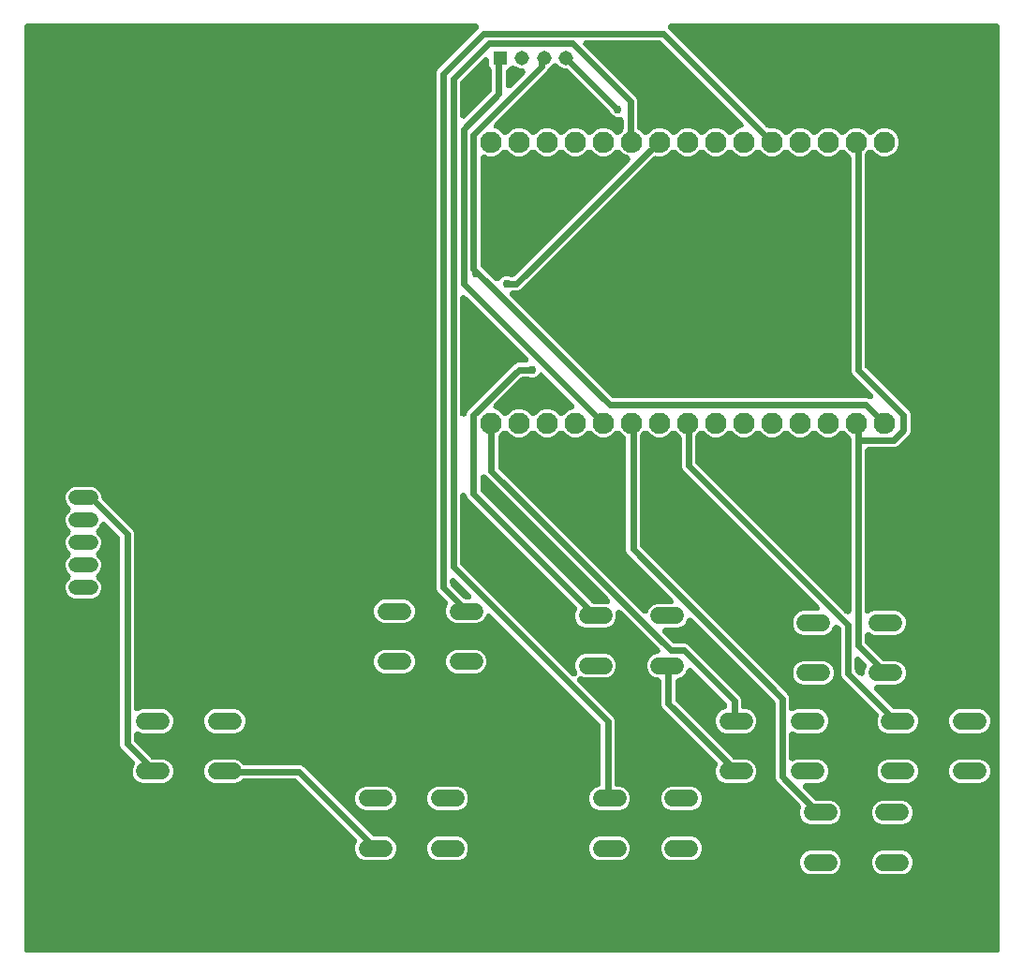
<source format=gbr>
G04 EAGLE Gerber RS-274X export*
G75*
%MOMM*%
%FSLAX34Y34*%
%LPD*%
%INBottom Copper*%
%IPPOS*%
%AMOC8*
5,1,8,0,0,1.08239X$1,22.5*%
G01*
G04 Define Apertures*
%ADD10C,1.930400*%
%ADD11R,1.308000X1.308000*%
%ADD12C,1.308000*%
%ADD13C,1.524000*%
%ADD14C,1.320800*%
%ADD15C,0.609600*%
%ADD16C,0.756400*%
G36*
X889481Y10401D02*
X888292Y10160D01*
X13208Y10160D01*
X12109Y10365D01*
X11087Y11019D01*
X10401Y12019D01*
X10160Y13208D01*
X10160Y847092D01*
X10365Y848191D01*
X11019Y849213D01*
X12019Y849899D01*
X13208Y850140D01*
X418108Y850140D01*
X419162Y849952D01*
X420194Y849315D01*
X420896Y848325D01*
X421156Y847141D01*
X420934Y845948D01*
X420264Y844937D01*
X383452Y808125D01*
X382524Y805885D01*
X382524Y339401D01*
X383452Y337161D01*
X392311Y328302D01*
X392953Y327358D01*
X393204Y326171D01*
X392972Y324980D01*
X391244Y320808D01*
X391244Y316564D01*
X392868Y312643D01*
X395869Y309642D01*
X399790Y308018D01*
X419274Y308018D01*
X423195Y309642D01*
X426196Y312643D01*
X427147Y314938D01*
X427740Y315857D01*
X428729Y316559D01*
X429914Y316819D01*
X431107Y316597D01*
X432118Y315927D01*
X530221Y217824D01*
X530873Y216857D01*
X531114Y215668D01*
X531114Y163084D01*
X530900Y161963D01*
X530238Y160946D01*
X529232Y160268D01*
X525325Y158650D01*
X522324Y155649D01*
X520700Y151728D01*
X520700Y147484D01*
X522324Y143563D01*
X525325Y140562D01*
X529246Y138938D01*
X548730Y138938D01*
X552651Y140562D01*
X555652Y143563D01*
X557276Y147484D01*
X557276Y151728D01*
X555652Y155649D01*
X552651Y158650D01*
X548730Y160274D01*
X546354Y160274D01*
X545255Y160479D01*
X544233Y161133D01*
X543547Y162133D01*
X543306Y163322D01*
X543306Y220669D01*
X542378Y222909D01*
X510165Y255122D01*
X509563Y255977D01*
X509275Y257156D01*
X509469Y258353D01*
X510114Y259380D01*
X511109Y260074D01*
X512296Y260325D01*
X513487Y260093D01*
X516546Y258826D01*
X536030Y258826D01*
X539951Y260450D01*
X542952Y263451D01*
X544576Y267372D01*
X544576Y271616D01*
X542952Y275537D01*
X539951Y278538D01*
X536030Y280162D01*
X516546Y280162D01*
X512625Y278538D01*
X509624Y275537D01*
X508000Y271616D01*
X508000Y267372D01*
X509267Y264313D01*
X509496Y263292D01*
X509311Y262093D01*
X508674Y261061D01*
X507685Y260359D01*
X506500Y260099D01*
X505307Y260321D01*
X504296Y260991D01*
X404753Y360534D01*
X404101Y361501D01*
X403860Y362690D01*
X403860Y423377D01*
X404039Y424408D01*
X404669Y425445D01*
X405652Y426155D01*
X406835Y426424D01*
X408029Y426211D01*
X409046Y425550D01*
X409724Y424544D01*
X410884Y421743D01*
X508844Y323783D01*
X509486Y322839D01*
X509737Y321652D01*
X509505Y320461D01*
X508000Y316828D01*
X508000Y312584D01*
X509624Y308663D01*
X512625Y305662D01*
X516546Y304038D01*
X536030Y304038D01*
X539951Y305662D01*
X542952Y308663D01*
X544576Y312584D01*
X544576Y317268D01*
X544764Y318322D01*
X545401Y319354D01*
X546391Y320056D01*
X547575Y320316D01*
X548768Y320094D01*
X549779Y319424D01*
X583838Y285365D01*
X584450Y284488D01*
X584729Y283307D01*
X584526Y282111D01*
X583872Y281089D01*
X582871Y280403D01*
X581682Y280162D01*
X581570Y280162D01*
X577649Y278538D01*
X574648Y275537D01*
X573024Y271616D01*
X573024Y267372D01*
X574648Y263451D01*
X577649Y260450D01*
X581570Y258826D01*
X582930Y258826D01*
X584029Y258621D01*
X585051Y257967D01*
X585737Y256967D01*
X585978Y255778D01*
X585978Y234245D01*
X586906Y232005D01*
X635770Y183141D01*
X636412Y182197D01*
X636662Y181010D01*
X636431Y179820D01*
X635000Y176366D01*
X635000Y172122D01*
X636624Y168201D01*
X639625Y165200D01*
X643546Y163576D01*
X663030Y163576D01*
X666951Y165200D01*
X669952Y168201D01*
X671576Y172122D01*
X671576Y176366D01*
X669952Y180287D01*
X666951Y183288D01*
X663030Y184912D01*
X652504Y184912D01*
X651360Y185135D01*
X650348Y185805D01*
X599063Y237090D01*
X598411Y238057D01*
X598170Y239246D01*
X598170Y255778D01*
X598375Y256877D01*
X599029Y257899D01*
X600029Y258585D01*
X600896Y258761D01*
X604975Y260450D01*
X607976Y263451D01*
X608927Y265746D01*
X609520Y266665D01*
X610509Y267367D01*
X611694Y267627D01*
X612887Y267405D01*
X613898Y266735D01*
X644521Y236112D01*
X645173Y235145D01*
X645414Y233956D01*
X645414Y232934D01*
X645200Y231813D01*
X644538Y230796D01*
X643532Y230118D01*
X639625Y228500D01*
X636624Y225499D01*
X635000Y221578D01*
X635000Y217334D01*
X636624Y213413D01*
X639625Y210412D01*
X643546Y208788D01*
X663030Y208788D01*
X666951Y210412D01*
X669952Y213413D01*
X671576Y217334D01*
X671576Y221578D01*
X669952Y225499D01*
X666951Y228500D01*
X663030Y230124D01*
X660654Y230124D01*
X659555Y230329D01*
X658533Y230983D01*
X657847Y231983D01*
X657606Y233172D01*
X657606Y238957D01*
X656678Y241197D01*
X609243Y288632D01*
X607003Y289560D01*
X598148Y289560D01*
X597004Y289783D01*
X595992Y290453D01*
X587610Y298835D01*
X586998Y299712D01*
X586719Y300893D01*
X586923Y302089D01*
X587576Y303111D01*
X588577Y303797D01*
X589766Y304038D01*
X601054Y304038D01*
X604975Y305662D01*
X607976Y308663D01*
X609075Y311317D01*
X609669Y312237D01*
X610658Y312938D01*
X611843Y313199D01*
X613035Y312976D01*
X614047Y312306D01*
X687955Y238398D01*
X688607Y237431D01*
X688848Y236242D01*
X688848Y167951D01*
X689776Y165711D01*
X711300Y144187D01*
X711942Y143243D01*
X712193Y142056D01*
X711961Y140865D01*
X711200Y139028D01*
X711200Y134784D01*
X712824Y130863D01*
X715825Y127862D01*
X719746Y126238D01*
X739230Y126238D01*
X743151Y127862D01*
X746152Y130863D01*
X747776Y134784D01*
X747776Y139028D01*
X746152Y142949D01*
X743151Y145950D01*
X739230Y147574D01*
X726418Y147574D01*
X725274Y147797D01*
X724262Y148467D01*
X714356Y158373D01*
X713744Y159250D01*
X713465Y160431D01*
X713669Y161627D01*
X714322Y162649D01*
X715323Y163335D01*
X716512Y163576D01*
X728054Y163576D01*
X731975Y165200D01*
X734976Y168201D01*
X736600Y172122D01*
X736600Y176366D01*
X734976Y180287D01*
X731975Y183288D01*
X728054Y184912D01*
X708570Y184912D01*
X705254Y183539D01*
X704185Y183308D01*
X702989Y183512D01*
X701967Y184165D01*
X701281Y185166D01*
X701040Y186355D01*
X701040Y207345D01*
X701236Y208421D01*
X701882Y209449D01*
X702877Y210142D01*
X704064Y210393D01*
X705254Y210161D01*
X708570Y208788D01*
X728054Y208788D01*
X731975Y210412D01*
X734976Y213413D01*
X736600Y217334D01*
X736600Y221578D01*
X734976Y225499D01*
X731975Y228500D01*
X728054Y230124D01*
X708570Y230124D01*
X705254Y228751D01*
X704185Y228520D01*
X702989Y228724D01*
X701967Y229377D01*
X701281Y230378D01*
X701040Y231567D01*
X701040Y241243D01*
X700112Y243483D01*
X567059Y376536D01*
X566407Y377503D01*
X566166Y378692D01*
X566166Y477093D01*
X566389Y478237D01*
X567059Y479248D01*
X569345Y481534D01*
X570267Y482166D01*
X571451Y482427D01*
X572644Y482204D01*
X573655Y481534D01*
X577006Y478183D01*
X581674Y476250D01*
X586726Y476250D01*
X591394Y478183D01*
X594745Y481534D01*
X595667Y482166D01*
X596851Y482427D01*
X598044Y482204D01*
X599055Y481534D01*
X602421Y478168D01*
X603339Y477566D01*
X604025Y476565D01*
X604266Y475376D01*
X604266Y449129D01*
X605194Y446889D01*
X727856Y324227D01*
X728468Y323350D01*
X728747Y322169D01*
X728544Y320973D01*
X727890Y319951D01*
X726889Y319265D01*
X725700Y319024D01*
X713396Y319024D01*
X709475Y317400D01*
X706474Y314399D01*
X704850Y310478D01*
X704850Y306234D01*
X706474Y302313D01*
X709475Y299312D01*
X713396Y297688D01*
X732880Y297688D01*
X736801Y299312D01*
X739802Y302313D01*
X740976Y305147D01*
X741569Y306066D01*
X742558Y306768D01*
X743743Y307028D01*
X744936Y306806D01*
X745947Y306136D01*
X747391Y304692D01*
X748043Y303725D01*
X748284Y302536D01*
X748284Y261677D01*
X749212Y259437D01*
X781373Y227276D01*
X782015Y226332D01*
X782266Y225145D01*
X782034Y223954D01*
X781050Y221578D01*
X781050Y217334D01*
X782674Y213413D01*
X785675Y210412D01*
X789596Y208788D01*
X809080Y208788D01*
X813001Y210412D01*
X816002Y213413D01*
X817626Y217334D01*
X817626Y221578D01*
X816002Y225499D01*
X813001Y228500D01*
X809080Y230124D01*
X797030Y230124D01*
X795886Y230347D01*
X794874Y231017D01*
X778618Y247273D01*
X778006Y248150D01*
X777727Y249331D01*
X777931Y250527D01*
X778584Y251549D01*
X779585Y252235D01*
X780774Y252476D01*
X797904Y252476D01*
X801825Y254100D01*
X804826Y257101D01*
X806450Y261022D01*
X806450Y265266D01*
X804826Y269187D01*
X801825Y272188D01*
X797904Y273812D01*
X787632Y273812D01*
X786488Y274035D01*
X785476Y274705D01*
X770513Y289668D01*
X769861Y290635D01*
X769620Y291824D01*
X769620Y296833D01*
X769808Y297886D01*
X770445Y298918D01*
X771435Y299620D01*
X772619Y299880D01*
X773812Y299658D01*
X774058Y299495D01*
X778420Y297688D01*
X797904Y297688D01*
X801825Y299312D01*
X804826Y302313D01*
X806450Y306234D01*
X806450Y310478D01*
X804826Y314399D01*
X801825Y317400D01*
X797904Y319024D01*
X778420Y319024D01*
X774153Y317256D01*
X773946Y317112D01*
X772765Y316833D01*
X771569Y317036D01*
X770547Y317690D01*
X769861Y318691D01*
X769620Y319879D01*
X769620Y464058D01*
X769825Y465157D01*
X770479Y466179D01*
X771479Y466865D01*
X772668Y467106D01*
X796741Y467106D01*
X798981Y468034D01*
X809840Y478893D01*
X810768Y481133D01*
X810768Y497275D01*
X809840Y499515D01*
X770513Y538842D01*
X769861Y539809D01*
X769620Y540998D01*
X769620Y731347D01*
X769843Y732491D01*
X770513Y733502D01*
X772545Y735534D01*
X773467Y736166D01*
X774651Y736427D01*
X775844Y736204D01*
X776855Y735534D01*
X780206Y732183D01*
X784874Y730250D01*
X789926Y730250D01*
X794594Y732183D01*
X798167Y735756D01*
X800100Y740424D01*
X800100Y745476D01*
X798167Y750144D01*
X794594Y753717D01*
X789926Y755650D01*
X784874Y755650D01*
X780206Y753717D01*
X776855Y750366D01*
X775933Y749734D01*
X774749Y749473D01*
X773556Y749696D01*
X772545Y750366D01*
X769194Y753717D01*
X764526Y755650D01*
X759474Y755650D01*
X754806Y753717D01*
X751455Y750366D01*
X750533Y749734D01*
X749349Y749473D01*
X748156Y749696D01*
X747145Y750366D01*
X743794Y753717D01*
X739126Y755650D01*
X734074Y755650D01*
X729406Y753717D01*
X726055Y750366D01*
X725133Y749734D01*
X723949Y749473D01*
X722756Y749696D01*
X721745Y750366D01*
X718394Y753717D01*
X713726Y755650D01*
X708674Y755650D01*
X704006Y753717D01*
X700655Y750366D01*
X699733Y749734D01*
X698549Y749473D01*
X697356Y749696D01*
X696345Y750366D01*
X692994Y753717D01*
X688326Y755650D01*
X682984Y755650D01*
X681840Y755873D01*
X680828Y756543D01*
X592434Y844937D01*
X591822Y845814D01*
X591543Y846995D01*
X591747Y848191D01*
X592400Y849213D01*
X593401Y849899D01*
X594590Y850140D01*
X888292Y850140D01*
X889391Y849935D01*
X890413Y849281D01*
X891099Y848281D01*
X891340Y847092D01*
X891340Y13208D01*
X891135Y12109D01*
X890481Y11087D01*
X889481Y10401D01*
G37*
%LPC*%
G36*
X116496Y163576D02*
X135980Y163576D01*
X139901Y165200D01*
X142902Y168201D01*
X144526Y172122D01*
X144526Y176366D01*
X142902Y180287D01*
X139901Y183288D01*
X135980Y184912D01*
X126724Y184912D01*
X125580Y185135D01*
X124568Y185805D01*
X109859Y200514D01*
X109207Y201481D01*
X108966Y202670D01*
X108966Y207345D01*
X109162Y208421D01*
X109808Y209449D01*
X110803Y210142D01*
X111990Y210393D01*
X113180Y210161D01*
X116496Y208788D01*
X135980Y208788D01*
X139901Y210412D01*
X142902Y213413D01*
X144526Y217334D01*
X144526Y221578D01*
X142902Y225499D01*
X139901Y228500D01*
X135980Y230124D01*
X116496Y230124D01*
X113180Y228751D01*
X112111Y228520D01*
X110915Y228724D01*
X109893Y229377D01*
X109207Y230378D01*
X108966Y231567D01*
X108966Y389833D01*
X108038Y392073D01*
X80649Y419462D01*
X79997Y420429D01*
X79756Y421618D01*
X79756Y423560D01*
X78287Y427107D01*
X75571Y429823D01*
X72024Y431292D01*
X54976Y431292D01*
X51429Y429823D01*
X48713Y427107D01*
X47244Y423560D01*
X47244Y419720D01*
X48713Y416173D01*
X51251Y413635D01*
X51883Y412713D01*
X52143Y411529D01*
X51921Y410336D01*
X51251Y409325D01*
X48713Y406787D01*
X47244Y403240D01*
X47244Y399400D01*
X48713Y395853D01*
X51251Y393315D01*
X51883Y392393D01*
X52143Y391209D01*
X51921Y390016D01*
X51251Y389005D01*
X48713Y386467D01*
X47244Y382920D01*
X47244Y379080D01*
X48713Y375533D01*
X51251Y372995D01*
X51883Y372073D01*
X52143Y370889D01*
X51921Y369696D01*
X51251Y368685D01*
X48713Y366147D01*
X47244Y362600D01*
X47244Y358760D01*
X48713Y355213D01*
X51251Y352675D01*
X51883Y351753D01*
X52143Y350569D01*
X51921Y349376D01*
X51251Y348365D01*
X48713Y345827D01*
X47244Y342280D01*
X47244Y338440D01*
X48713Y334893D01*
X51429Y332177D01*
X54976Y330708D01*
X72024Y330708D01*
X75571Y332177D01*
X78287Y334893D01*
X79756Y338440D01*
X79756Y342280D01*
X78287Y345827D01*
X75749Y348365D01*
X75117Y349287D01*
X74857Y350471D01*
X75079Y351664D01*
X75749Y352675D01*
X78287Y355213D01*
X79756Y358760D01*
X79756Y362600D01*
X78287Y366147D01*
X75749Y368685D01*
X75117Y369607D01*
X74857Y370791D01*
X75079Y371984D01*
X75749Y372995D01*
X78287Y375533D01*
X79756Y379080D01*
X79756Y382920D01*
X78287Y386467D01*
X75749Y389005D01*
X75117Y389927D01*
X74857Y391111D01*
X75079Y392304D01*
X75749Y393315D01*
X78287Y395853D01*
X79098Y397811D01*
X79691Y398730D01*
X80680Y399432D01*
X81865Y399692D01*
X83058Y399470D01*
X84069Y398800D01*
X95881Y386988D01*
X96533Y386021D01*
X96774Y384832D01*
X96774Y197669D01*
X97702Y195429D01*
X109092Y184039D01*
X109734Y183095D01*
X109984Y181908D01*
X109752Y180718D01*
X107950Y176366D01*
X107950Y172122D01*
X109574Y168201D01*
X112575Y165200D01*
X116496Y163576D01*
G37*
G36*
X334766Y308018D02*
X354250Y308018D01*
X358171Y309642D01*
X361172Y312643D01*
X362796Y316564D01*
X362796Y320808D01*
X361172Y324729D01*
X358171Y327730D01*
X354250Y329354D01*
X334766Y329354D01*
X330845Y327730D01*
X327844Y324729D01*
X326220Y320808D01*
X326220Y316564D01*
X327844Y312643D01*
X330845Y309642D01*
X334766Y308018D01*
G37*
G36*
X399790Y262806D02*
X419274Y262806D01*
X423195Y264430D01*
X426196Y267431D01*
X427820Y271352D01*
X427820Y275596D01*
X426196Y279517D01*
X423195Y282518D01*
X419274Y284142D01*
X399790Y284142D01*
X395869Y282518D01*
X392868Y279517D01*
X391244Y275596D01*
X391244Y271352D01*
X392868Y267431D01*
X395869Y264430D01*
X399790Y262806D01*
G37*
G36*
X334766Y262806D02*
X354250Y262806D01*
X358171Y264430D01*
X361172Y267431D01*
X362796Y271352D01*
X362796Y275596D01*
X361172Y279517D01*
X358171Y282518D01*
X354250Y284142D01*
X334766Y284142D01*
X330845Y282518D01*
X327844Y279517D01*
X326220Y275596D01*
X326220Y271352D01*
X327844Y267431D01*
X330845Y264430D01*
X334766Y262806D01*
G37*
G36*
X713396Y252476D02*
X732880Y252476D01*
X736801Y254100D01*
X739802Y257101D01*
X741426Y261022D01*
X741426Y265266D01*
X739802Y269187D01*
X736801Y272188D01*
X732880Y273812D01*
X713396Y273812D01*
X709475Y272188D01*
X706474Y269187D01*
X704850Y265266D01*
X704850Y261022D01*
X706474Y257101D01*
X709475Y254100D01*
X713396Y252476D01*
G37*
G36*
X854620Y208788D02*
X874104Y208788D01*
X878025Y210412D01*
X881026Y213413D01*
X882650Y217334D01*
X882650Y221578D01*
X881026Y225499D01*
X878025Y228500D01*
X874104Y230124D01*
X854620Y230124D01*
X850699Y228500D01*
X847698Y225499D01*
X846074Y221578D01*
X846074Y217334D01*
X847698Y213413D01*
X850699Y210412D01*
X854620Y208788D01*
G37*
G36*
X181520Y208788D02*
X201004Y208788D01*
X204925Y210412D01*
X207926Y213413D01*
X209550Y217334D01*
X209550Y221578D01*
X207926Y225499D01*
X204925Y228500D01*
X201004Y230124D01*
X181520Y230124D01*
X177599Y228500D01*
X174598Y225499D01*
X172974Y221578D01*
X172974Y217334D01*
X174598Y213413D01*
X177599Y210412D01*
X181520Y208788D01*
G37*
G36*
X854620Y163576D02*
X874104Y163576D01*
X878025Y165200D01*
X881026Y168201D01*
X882650Y172122D01*
X882650Y176366D01*
X881026Y180287D01*
X878025Y183288D01*
X874104Y184912D01*
X854620Y184912D01*
X850699Y183288D01*
X847698Y180287D01*
X846074Y176366D01*
X846074Y172122D01*
X847698Y168201D01*
X850699Y165200D01*
X854620Y163576D01*
G37*
G36*
X789596Y163576D02*
X809080Y163576D01*
X813001Y165200D01*
X816002Y168201D01*
X817626Y172122D01*
X817626Y176366D01*
X816002Y180287D01*
X813001Y183288D01*
X809080Y184912D01*
X789596Y184912D01*
X785675Y183288D01*
X782674Y180287D01*
X781050Y176366D01*
X781050Y172122D01*
X782674Y168201D01*
X785675Y165200D01*
X789596Y163576D01*
G37*
G36*
X317918Y93726D02*
X337402Y93726D01*
X341323Y95350D01*
X344324Y98351D01*
X345948Y102272D01*
X345948Y106516D01*
X344324Y110437D01*
X341323Y113438D01*
X337402Y115062D01*
X326876Y115062D01*
X325732Y115285D01*
X324720Y115955D01*
X261771Y178904D01*
X259531Y179832D01*
X209643Y179832D01*
X208499Y180055D01*
X207488Y180725D01*
X204925Y183288D01*
X201004Y184912D01*
X181520Y184912D01*
X177599Y183288D01*
X174598Y180287D01*
X172974Y176366D01*
X172974Y172122D01*
X174598Y168201D01*
X177599Y165200D01*
X181520Y163576D01*
X201004Y163576D01*
X204925Y165200D01*
X206472Y166747D01*
X207439Y167399D01*
X208627Y167640D01*
X254530Y167640D01*
X255674Y167417D01*
X256686Y166747D01*
X310142Y113291D01*
X310784Y112347D01*
X311034Y111160D01*
X310803Y109970D01*
X309372Y106516D01*
X309372Y102272D01*
X310996Y98351D01*
X313997Y95350D01*
X317918Y93726D01*
G37*
G36*
X594270Y138938D02*
X613754Y138938D01*
X617675Y140562D01*
X620676Y143563D01*
X622300Y147484D01*
X622300Y151728D01*
X620676Y155649D01*
X617675Y158650D01*
X613754Y160274D01*
X594270Y160274D01*
X590349Y158650D01*
X587348Y155649D01*
X585724Y151728D01*
X585724Y147484D01*
X587348Y143563D01*
X590349Y140562D01*
X594270Y138938D01*
G37*
G36*
X382942Y138938D02*
X402426Y138938D01*
X406347Y140562D01*
X409348Y143563D01*
X410972Y147484D01*
X410972Y151728D01*
X409348Y155649D01*
X406347Y158650D01*
X402426Y160274D01*
X382942Y160274D01*
X379021Y158650D01*
X376020Y155649D01*
X374396Y151728D01*
X374396Y147484D01*
X376020Y143563D01*
X379021Y140562D01*
X382942Y138938D01*
G37*
G36*
X317918Y138938D02*
X337402Y138938D01*
X341323Y140562D01*
X344324Y143563D01*
X345948Y147484D01*
X345948Y151728D01*
X344324Y155649D01*
X341323Y158650D01*
X337402Y160274D01*
X317918Y160274D01*
X313997Y158650D01*
X310996Y155649D01*
X309372Y151728D01*
X309372Y147484D01*
X310996Y143563D01*
X313997Y140562D01*
X317918Y138938D01*
G37*
G36*
X784770Y126238D02*
X804254Y126238D01*
X808175Y127862D01*
X811176Y130863D01*
X812800Y134784D01*
X812800Y139028D01*
X811176Y142949D01*
X808175Y145950D01*
X804254Y147574D01*
X784770Y147574D01*
X780849Y145950D01*
X777848Y142949D01*
X776224Y139028D01*
X776224Y134784D01*
X777848Y130863D01*
X780849Y127862D01*
X784770Y126238D01*
G37*
G36*
X594270Y93726D02*
X613754Y93726D01*
X617675Y95350D01*
X620676Y98351D01*
X622300Y102272D01*
X622300Y106516D01*
X620676Y110437D01*
X617675Y113438D01*
X613754Y115062D01*
X594270Y115062D01*
X590349Y113438D01*
X587348Y110437D01*
X585724Y106516D01*
X585724Y102272D01*
X587348Y98351D01*
X590349Y95350D01*
X594270Y93726D01*
G37*
G36*
X529246Y93726D02*
X548730Y93726D01*
X552651Y95350D01*
X555652Y98351D01*
X557276Y102272D01*
X557276Y106516D01*
X555652Y110437D01*
X552651Y113438D01*
X548730Y115062D01*
X529246Y115062D01*
X525325Y113438D01*
X522324Y110437D01*
X520700Y106516D01*
X520700Y102272D01*
X522324Y98351D01*
X525325Y95350D01*
X529246Y93726D01*
G37*
G36*
X382942Y93726D02*
X402426Y93726D01*
X406347Y95350D01*
X409348Y98351D01*
X410972Y102272D01*
X410972Y106516D01*
X409348Y110437D01*
X406347Y113438D01*
X402426Y115062D01*
X382942Y115062D01*
X379021Y113438D01*
X376020Y110437D01*
X374396Y106516D01*
X374396Y102272D01*
X376020Y98351D01*
X379021Y95350D01*
X382942Y93726D01*
G37*
G36*
X784770Y81026D02*
X804254Y81026D01*
X808175Y82650D01*
X811176Y85651D01*
X812800Y89572D01*
X812800Y93816D01*
X811176Y97737D01*
X808175Y100738D01*
X804254Y102362D01*
X784770Y102362D01*
X780849Y100738D01*
X777848Y97737D01*
X776224Y93816D01*
X776224Y89572D01*
X777848Y85651D01*
X780849Y82650D01*
X784770Y81026D01*
G37*
G36*
X719746Y81026D02*
X739230Y81026D01*
X743151Y82650D01*
X746152Y85651D01*
X747776Y89572D01*
X747776Y93816D01*
X746152Y97737D01*
X743151Y100738D01*
X739230Y102362D01*
X719746Y102362D01*
X715825Y100738D01*
X712824Y97737D01*
X711200Y93816D01*
X711200Y89572D01*
X712824Y85651D01*
X715825Y82650D01*
X719746Y81026D01*
G37*
%LPD*%
G36*
X648933Y749734D02*
X647749Y749473D01*
X646556Y749696D01*
X645545Y750366D01*
X642194Y753717D01*
X637526Y755650D01*
X632474Y755650D01*
X627806Y753717D01*
X624455Y750366D01*
X623533Y749734D01*
X622349Y749473D01*
X621156Y749696D01*
X620145Y750366D01*
X616794Y753717D01*
X612126Y755650D01*
X607074Y755650D01*
X602406Y753717D01*
X599055Y750366D01*
X598133Y749734D01*
X596949Y749473D01*
X595756Y749696D01*
X594745Y750366D01*
X591394Y753717D01*
X586726Y755650D01*
X581674Y755650D01*
X577006Y753717D01*
X573655Y750366D01*
X572733Y749734D01*
X571549Y749473D01*
X570356Y749696D01*
X569345Y750366D01*
X565994Y753717D01*
X565762Y753813D01*
X564807Y754439D01*
X564121Y755440D01*
X563880Y756629D01*
X563880Y780739D01*
X562952Y782979D01*
X515982Y829949D01*
X515370Y830826D01*
X515091Y832007D01*
X515295Y833203D01*
X515948Y834225D01*
X516949Y834911D01*
X518138Y835152D01*
X583714Y835152D01*
X584858Y834929D01*
X585870Y834259D01*
X659319Y760810D01*
X659941Y759911D01*
X660211Y758728D01*
X659998Y757534D01*
X659336Y756517D01*
X658330Y755839D01*
X653206Y753717D01*
X649855Y750366D01*
X648933Y749734D01*
G37*
G36*
X408186Y764544D02*
X407005Y764265D01*
X405809Y764469D01*
X404787Y765122D01*
X404101Y766123D01*
X403860Y767312D01*
X403860Y796312D01*
X404083Y797456D01*
X404753Y798468D01*
X425109Y818824D01*
X425986Y819436D01*
X427167Y819715D01*
X428363Y819512D01*
X429385Y818858D01*
X430071Y817857D01*
X430312Y816668D01*
X430312Y812004D01*
X430776Y810883D01*
X431923Y809736D01*
X432575Y808770D01*
X432816Y807581D01*
X432816Y790172D01*
X432593Y789028D01*
X431923Y788016D01*
X409063Y765156D01*
X408186Y764544D01*
G37*
G36*
X547333Y749734D02*
X546149Y749473D01*
X544956Y749696D01*
X543945Y750366D01*
X540594Y753717D01*
X535926Y755650D01*
X530874Y755650D01*
X526206Y753717D01*
X522855Y750366D01*
X521933Y749734D01*
X520749Y749473D01*
X519556Y749696D01*
X518545Y750366D01*
X515194Y753717D01*
X510526Y755650D01*
X505474Y755650D01*
X500806Y753717D01*
X497455Y750366D01*
X496533Y749734D01*
X495349Y749473D01*
X494156Y749696D01*
X493145Y750366D01*
X489794Y753717D01*
X485126Y755650D01*
X480074Y755650D01*
X475406Y753717D01*
X472055Y750366D01*
X471133Y749734D01*
X469949Y749473D01*
X468756Y749696D01*
X467745Y750366D01*
X464394Y753717D01*
X459726Y755650D01*
X454674Y755650D01*
X450006Y753717D01*
X446655Y750366D01*
X445733Y749734D01*
X444549Y749473D01*
X443356Y749696D01*
X442345Y750366D01*
X438994Y753717D01*
X435846Y755021D01*
X434927Y755614D01*
X434225Y756603D01*
X433965Y757788D01*
X434187Y758981D01*
X434857Y759992D01*
X482942Y808077D01*
X483436Y809271D01*
X484080Y810242D01*
X485086Y810920D01*
X485331Y811022D01*
X487745Y813435D01*
X488667Y814067D01*
X489851Y814328D01*
X491044Y814105D01*
X492055Y813435D01*
X494469Y811022D01*
X497993Y809562D01*
X499576Y809562D01*
X500720Y809339D01*
X501732Y808669D01*
X539401Y771000D01*
X540062Y770011D01*
X540564Y768799D01*
X542485Y766878D01*
X544995Y765838D01*
X547933Y765838D01*
X548543Y765969D01*
X549739Y765766D01*
X550761Y765112D01*
X551447Y764112D01*
X551688Y762923D01*
X551688Y755061D01*
X551465Y753917D01*
X550795Y752906D01*
X548255Y750366D01*
X547333Y749734D01*
G37*
G36*
X449334Y791976D02*
X448153Y791697D01*
X446957Y791901D01*
X445935Y792554D01*
X445249Y793555D01*
X445008Y794744D01*
X445008Y806681D01*
X445222Y807803D01*
X445884Y808819D01*
X446890Y809497D01*
X448167Y810026D01*
X449198Y811057D01*
X449507Y811536D01*
X450496Y812238D01*
X451681Y812498D01*
X452873Y812276D01*
X453885Y811606D01*
X454469Y811022D01*
X457993Y809562D01*
X459826Y809562D01*
X460880Y809374D01*
X461912Y808737D01*
X462614Y807747D01*
X462874Y806563D01*
X462652Y805370D01*
X461982Y804359D01*
X450211Y792588D01*
X449334Y791976D01*
G37*
G36*
X775549Y510668D02*
X774362Y510417D01*
X773171Y510649D01*
X771595Y511302D01*
X543284Y511302D01*
X542140Y511525D01*
X541128Y512195D01*
X449688Y603635D01*
X449076Y604512D01*
X448797Y605693D01*
X449001Y606889D01*
X449654Y607911D01*
X450655Y608597D01*
X451844Y608838D01*
X456127Y608838D01*
X458367Y609766D01*
X578238Y729637D01*
X579182Y730278D01*
X580369Y730529D01*
X581559Y730297D01*
X581674Y730250D01*
X586726Y730250D01*
X591394Y732183D01*
X594745Y735534D01*
X595667Y736166D01*
X596851Y736427D01*
X598044Y736204D01*
X599055Y735534D01*
X602406Y732183D01*
X607074Y730250D01*
X612126Y730250D01*
X616794Y732183D01*
X620145Y735534D01*
X621067Y736166D01*
X622251Y736427D01*
X623444Y736204D01*
X624455Y735534D01*
X627806Y732183D01*
X632474Y730250D01*
X637526Y730250D01*
X642194Y732183D01*
X645545Y735534D01*
X646467Y736166D01*
X647651Y736427D01*
X648844Y736204D01*
X649855Y735534D01*
X653206Y732183D01*
X657874Y730250D01*
X662926Y730250D01*
X667594Y732183D01*
X670945Y735534D01*
X671867Y736166D01*
X673051Y736427D01*
X674244Y736204D01*
X675255Y735534D01*
X678606Y732183D01*
X683274Y730250D01*
X688326Y730250D01*
X692994Y732183D01*
X696345Y735534D01*
X697267Y736166D01*
X698451Y736427D01*
X699644Y736204D01*
X700655Y735534D01*
X704006Y732183D01*
X708674Y730250D01*
X713726Y730250D01*
X718394Y732183D01*
X721745Y735534D01*
X722667Y736166D01*
X723851Y736427D01*
X725044Y736204D01*
X726055Y735534D01*
X729406Y732183D01*
X734074Y730250D01*
X739126Y730250D01*
X743794Y732183D01*
X747145Y735534D01*
X748067Y736166D01*
X749251Y736427D01*
X750444Y736204D01*
X751455Y735534D01*
X754806Y732184D01*
X755546Y731877D01*
X756501Y731250D01*
X757187Y730250D01*
X757428Y729061D01*
X757428Y535997D01*
X758356Y533757D01*
X776493Y515620D01*
X777094Y514765D01*
X777383Y513586D01*
X777189Y512389D01*
X776544Y511362D01*
X775549Y510668D01*
G37*
G36*
X438544Y617536D02*
X437359Y617276D01*
X436166Y617498D01*
X435155Y618168D01*
X423041Y630282D01*
X422389Y631249D01*
X422148Y632438D01*
X422148Y728640D01*
X422344Y729716D01*
X422990Y730743D01*
X423985Y731437D01*
X425172Y731688D01*
X426362Y731456D01*
X429274Y730250D01*
X434326Y730250D01*
X438994Y732183D01*
X442345Y735534D01*
X443267Y736166D01*
X444451Y736427D01*
X445644Y736204D01*
X446655Y735534D01*
X450006Y732183D01*
X454674Y730250D01*
X459726Y730250D01*
X464394Y732183D01*
X467745Y735534D01*
X468667Y736166D01*
X469851Y736427D01*
X471044Y736204D01*
X472055Y735534D01*
X475406Y732183D01*
X480074Y730250D01*
X485126Y730250D01*
X489794Y732183D01*
X493145Y735534D01*
X494067Y736166D01*
X495251Y736427D01*
X496444Y736204D01*
X497455Y735534D01*
X500806Y732183D01*
X505474Y730250D01*
X510526Y730250D01*
X515194Y732183D01*
X518545Y735534D01*
X519467Y736166D01*
X520651Y736427D01*
X521844Y736204D01*
X522855Y735534D01*
X526206Y732183D01*
X530874Y730250D01*
X535926Y730250D01*
X540594Y732183D01*
X543945Y735534D01*
X544867Y736166D01*
X546051Y736427D01*
X547244Y736204D01*
X548255Y735534D01*
X551606Y732184D01*
X555832Y730433D01*
X556751Y729840D01*
X557453Y728850D01*
X557713Y727666D01*
X557491Y726473D01*
X556821Y725462D01*
X453282Y621923D01*
X452315Y621271D01*
X451126Y621030D01*
X449507Y621030D01*
X448340Y621262D01*
X447129Y621764D01*
X444411Y621764D01*
X441901Y620724D01*
X439749Y618572D01*
X439533Y618238D01*
X438544Y617536D01*
G37*
G36*
X408186Y495114D02*
X407005Y494834D01*
X405809Y495038D01*
X404787Y495692D01*
X404101Y496692D01*
X403860Y497881D01*
X403860Y602002D01*
X404048Y603056D01*
X404685Y604088D01*
X405675Y604790D01*
X406859Y605050D01*
X408052Y604828D01*
X409063Y604158D01*
X464712Y548509D01*
X465324Y547632D01*
X465603Y546451D01*
X465400Y545255D01*
X464746Y544233D01*
X463745Y543547D01*
X462556Y543306D01*
X455987Y543306D01*
X453747Y542378D01*
X410884Y499515D01*
X409724Y496714D01*
X409164Y495831D01*
X408186Y495114D01*
G37*
G36*
X496533Y495734D02*
X495349Y495473D01*
X494156Y495696D01*
X493145Y496366D01*
X489794Y499717D01*
X485126Y501650D01*
X480074Y501650D01*
X475406Y499717D01*
X472055Y496366D01*
X471133Y495734D01*
X469949Y495473D01*
X468756Y495696D01*
X467745Y496366D01*
X464394Y499717D01*
X459726Y501650D01*
X454674Y501650D01*
X450006Y499717D01*
X446655Y496366D01*
X445733Y495734D01*
X444549Y495473D01*
X443356Y495696D01*
X442345Y496366D01*
X438994Y499717D01*
X435666Y501095D01*
X434747Y501688D01*
X434045Y502678D01*
X433785Y503862D01*
X434007Y505055D01*
X434677Y506066D01*
X458832Y530221D01*
X459799Y530873D01*
X460988Y531114D01*
X464893Y531114D01*
X466060Y530882D01*
X467271Y530380D01*
X469989Y530380D01*
X472499Y531420D01*
X474651Y533572D01*
X474867Y533906D01*
X475856Y534608D01*
X477041Y534868D01*
X478234Y534646D01*
X479245Y533976D01*
X506560Y506661D01*
X507182Y505762D01*
X507451Y504579D01*
X507239Y503385D01*
X506577Y502368D01*
X505571Y501690D01*
X500806Y499717D01*
X497455Y496366D01*
X496533Y495734D01*
G37*
G36*
X755613Y316468D02*
X754429Y316208D01*
X753236Y316430D01*
X752225Y317100D01*
X617351Y451974D01*
X616699Y452941D01*
X616458Y454130D01*
X616458Y476585D01*
X616681Y477729D01*
X617351Y478740D01*
X620145Y481534D01*
X621067Y482166D01*
X622251Y482427D01*
X623444Y482204D01*
X624455Y481534D01*
X627806Y478183D01*
X632474Y476250D01*
X637526Y476250D01*
X642194Y478183D01*
X645545Y481534D01*
X646467Y482166D01*
X647651Y482427D01*
X648844Y482204D01*
X649855Y481534D01*
X653206Y478183D01*
X657874Y476250D01*
X662926Y476250D01*
X667594Y478183D01*
X670945Y481534D01*
X671867Y482166D01*
X673051Y482427D01*
X674244Y482204D01*
X675255Y481534D01*
X678606Y478183D01*
X683274Y476250D01*
X688326Y476250D01*
X692994Y478183D01*
X696345Y481534D01*
X697267Y482166D01*
X698451Y482427D01*
X699644Y482204D01*
X700655Y481534D01*
X704006Y478183D01*
X708674Y476250D01*
X713726Y476250D01*
X718394Y478183D01*
X721745Y481534D01*
X722667Y482166D01*
X723851Y482427D01*
X725044Y482204D01*
X726055Y481534D01*
X729406Y478183D01*
X734074Y476250D01*
X739126Y476250D01*
X743794Y478183D01*
X747145Y481534D01*
X748067Y482166D01*
X749251Y482427D01*
X750444Y482204D01*
X751455Y481534D01*
X754806Y478184D01*
X755546Y477877D01*
X756501Y477250D01*
X757187Y476250D01*
X757428Y475061D01*
X757428Y319256D01*
X757240Y318202D01*
X756603Y317170D01*
X755613Y316468D01*
G37*
G36*
X572189Y317012D02*
X571004Y316752D01*
X569812Y316975D01*
X568801Y317645D01*
X439043Y447402D01*
X438391Y448369D01*
X438150Y449558D01*
X438150Y476077D01*
X438373Y477221D01*
X439043Y478232D01*
X442345Y481534D01*
X443267Y482166D01*
X444451Y482427D01*
X445644Y482204D01*
X446655Y481534D01*
X450006Y478183D01*
X454674Y476250D01*
X459726Y476250D01*
X464394Y478183D01*
X467745Y481534D01*
X468667Y482166D01*
X469851Y482427D01*
X471044Y482204D01*
X472055Y481534D01*
X475406Y478183D01*
X480074Y476250D01*
X485126Y476250D01*
X489794Y478183D01*
X493145Y481534D01*
X494067Y482166D01*
X495251Y482427D01*
X496444Y482204D01*
X497455Y481534D01*
X500806Y478183D01*
X505474Y476250D01*
X510526Y476250D01*
X515194Y478183D01*
X518545Y481534D01*
X519467Y482166D01*
X520651Y482427D01*
X521844Y482204D01*
X522855Y481534D01*
X526206Y478183D01*
X530874Y476250D01*
X535926Y476250D01*
X540594Y478183D01*
X543945Y481534D01*
X544867Y482166D01*
X546051Y482427D01*
X547244Y482204D01*
X548255Y481534D01*
X551606Y478183D01*
X552092Y477982D01*
X553047Y477355D01*
X553733Y476355D01*
X553974Y475166D01*
X553974Y373691D01*
X554902Y371451D01*
X595776Y330577D01*
X596388Y329700D01*
X596667Y328519D01*
X596464Y327323D01*
X595810Y326301D01*
X594809Y325615D01*
X593620Y325374D01*
X581570Y325374D01*
X577649Y323750D01*
X574648Y320749D01*
X573772Y318633D01*
X573179Y317714D01*
X572189Y317012D01*
G37*
G36*
X537659Y325615D02*
X536470Y325374D01*
X525758Y325374D01*
X524614Y325597D01*
X523602Y326267D01*
X423041Y426828D01*
X422389Y427795D01*
X422148Y428984D01*
X422148Y439696D01*
X422336Y440750D01*
X422973Y441782D01*
X423963Y442484D01*
X425147Y442744D01*
X426340Y442522D01*
X427351Y441852D01*
X538626Y330577D01*
X539238Y329700D01*
X539517Y328519D01*
X539314Y327323D01*
X538660Y326301D01*
X537659Y325615D01*
G37*
G36*
X412521Y329595D02*
X411332Y329354D01*
X409764Y329354D01*
X408620Y329577D01*
X407608Y330247D01*
X395609Y342246D01*
X394957Y343213D01*
X394716Y344402D01*
X394716Y345970D01*
X394904Y347024D01*
X395541Y348056D01*
X396531Y348758D01*
X397715Y349018D01*
X398908Y348796D01*
X399919Y348126D01*
X413488Y334557D01*
X414100Y333680D01*
X414379Y332499D01*
X414176Y331303D01*
X413522Y330281D01*
X412521Y329595D01*
G37*
G36*
X768059Y260588D02*
X766875Y260328D01*
X765682Y260550D01*
X764671Y261220D01*
X761369Y264522D01*
X760717Y265489D01*
X760476Y266678D01*
X760476Y275104D01*
X760664Y276158D01*
X761301Y277190D01*
X762291Y277892D01*
X763475Y278152D01*
X764668Y277930D01*
X765679Y277260D01*
X770718Y272221D01*
X771360Y271277D01*
X771611Y270090D01*
X771379Y268899D01*
X769874Y265266D01*
X769874Y263376D01*
X769686Y262322D01*
X769049Y261290D01*
X768059Y260588D01*
G37*
D10*
X787400Y488950D03*
X762000Y488950D03*
X736600Y488950D03*
X711200Y488950D03*
X685800Y488950D03*
X660400Y488950D03*
X635000Y488950D03*
X609600Y488950D03*
X584200Y488950D03*
X558800Y488950D03*
X533400Y488950D03*
X508000Y488950D03*
X482600Y488950D03*
X457200Y488950D03*
X431800Y488950D03*
X787400Y742950D03*
X762000Y742950D03*
X736600Y742950D03*
X711200Y742950D03*
X685800Y742950D03*
X660400Y742950D03*
X635000Y742950D03*
X609600Y742950D03*
X584200Y742950D03*
X558800Y742950D03*
X533400Y742950D03*
X508000Y742950D03*
X482600Y742950D03*
X457200Y742950D03*
X431800Y742950D03*
D11*
X439900Y819150D03*
D12*
X459900Y819150D03*
X479900Y819150D03*
X499900Y819150D03*
D13*
X133858Y219456D02*
X118618Y219456D01*
X183642Y219456D02*
X198882Y219456D01*
X133858Y174244D02*
X118618Y174244D01*
X183642Y174244D02*
X198882Y174244D01*
X336888Y318686D02*
X352128Y318686D01*
X401912Y318686D02*
X417152Y318686D01*
X352128Y273474D02*
X336888Y273474D01*
X401912Y273474D02*
X417152Y273474D01*
X518668Y314706D02*
X533908Y314706D01*
X583692Y314706D02*
X598932Y314706D01*
X533908Y269494D02*
X518668Y269494D01*
X583692Y269494D02*
X598932Y269494D01*
X335280Y149606D02*
X320040Y149606D01*
X385064Y149606D02*
X400304Y149606D01*
X335280Y104394D02*
X320040Y104394D01*
X385064Y104394D02*
X400304Y104394D01*
X531368Y149606D02*
X546608Y149606D01*
X596392Y149606D02*
X611632Y149606D01*
X546608Y104394D02*
X531368Y104394D01*
X596392Y104394D02*
X611632Y104394D01*
X715518Y308356D02*
X730758Y308356D01*
X780542Y308356D02*
X795782Y308356D01*
X730758Y263144D02*
X715518Y263144D01*
X780542Y263144D02*
X795782Y263144D01*
X660908Y219456D02*
X645668Y219456D01*
X710692Y219456D02*
X725932Y219456D01*
X660908Y174244D02*
X645668Y174244D01*
X710692Y174244D02*
X725932Y174244D01*
X791718Y219456D02*
X806958Y219456D01*
X856742Y219456D02*
X871982Y219456D01*
X806958Y174244D02*
X791718Y174244D01*
X856742Y174244D02*
X871982Y174244D01*
X737108Y136906D02*
X721868Y136906D01*
X786892Y136906D02*
X802132Y136906D01*
X737108Y91694D02*
X721868Y91694D01*
X786892Y91694D02*
X802132Y91694D01*
D14*
X70104Y340360D02*
X56896Y340360D01*
X56896Y360680D02*
X70104Y360680D01*
X70104Y381000D02*
X56896Y381000D01*
X56896Y401320D02*
X70104Y401320D01*
X70104Y421640D02*
X56896Y421640D01*
D15*
X64008Y420624D02*
X70866Y420624D01*
X102870Y388620D01*
X102870Y198882D01*
X125730Y176022D01*
X64008Y420624D02*
X63500Y421640D01*
X125730Y176022D02*
X126238Y174244D01*
X546354Y772668D02*
X500634Y818388D01*
X499900Y819150D01*
X763524Y473202D02*
X763524Y288036D01*
X763524Y473202D02*
X763524Y486918D01*
X763524Y288036D02*
X786384Y265176D01*
X763524Y486918D02*
X762000Y488950D01*
X786384Y265176D02*
X788162Y263144D01*
X592074Y267462D02*
X592074Y235458D01*
X653288Y174244D01*
X592074Y267462D02*
X591312Y269494D01*
X763524Y537210D02*
X763524Y742950D01*
X763524Y537210D02*
X804672Y496062D01*
X804672Y482346D01*
X795528Y473202D01*
X763524Y473202D01*
X763524Y742950D02*
X762000Y742950D01*
X258318Y173736D02*
X192024Y173736D01*
X258318Y173736D02*
X327660Y104394D01*
X192024Y173736D02*
X191262Y174244D01*
D16*
X546354Y772668D03*
D15*
X587502Y841248D02*
X685800Y742950D01*
X587502Y841248D02*
X425196Y841248D01*
X388620Y804672D01*
X388620Y340614D01*
X409194Y320040D01*
X409532Y318686D01*
X457200Y537210D02*
X468630Y537210D01*
X457200Y537210D02*
X416052Y496062D01*
X416052Y425196D01*
X525780Y315468D01*
X526288Y314706D01*
D16*
X468630Y537210D03*
D15*
X454914Y614934D02*
X582930Y742950D01*
X454914Y614934D02*
X445770Y614934D01*
X582930Y742950D02*
X584200Y742950D01*
D16*
X445770Y614934D03*
D15*
X557784Y742950D02*
X557784Y779526D01*
X505206Y832104D01*
X429768Y832104D01*
X397764Y800100D01*
X397764Y358902D01*
X537210Y219456D01*
X537210Y150876D01*
X557784Y742950D02*
X558800Y742950D01*
X537210Y150876D02*
X538988Y149606D01*
X610362Y450342D02*
X610362Y486918D01*
X610362Y450342D02*
X754380Y306324D01*
X754380Y262890D01*
X797814Y219456D01*
X610362Y486918D02*
X609600Y488950D01*
X797814Y219456D02*
X799338Y219456D01*
X560070Y374904D02*
X560070Y486918D01*
X560070Y374904D02*
X694944Y240030D01*
X694944Y169164D01*
X729234Y134874D01*
X560070Y486918D02*
X558800Y488950D01*
X729488Y136906D02*
X729234Y134874D01*
X432054Y445770D02*
X432054Y486918D01*
X432054Y445770D02*
X594360Y283464D01*
X605790Y283464D01*
X651510Y237744D01*
X651510Y219456D01*
X432054Y486918D02*
X431800Y488950D01*
X651510Y219456D02*
X653288Y219456D01*
X477774Y811530D02*
X477774Y818388D01*
X477774Y811530D02*
X416052Y749808D01*
X416052Y628650D01*
X419481Y625221D02*
X539496Y505206D01*
X419481Y625221D02*
X416052Y628650D01*
X539496Y505206D02*
X770382Y505206D01*
X786384Y489204D01*
X479900Y819150D02*
X477774Y818388D01*
X786384Y489204D02*
X787400Y488950D01*
X419481Y625221D02*
X418338Y624078D01*
D16*
X418338Y624078D03*
D15*
X438912Y786384D02*
X438912Y818388D01*
X438912Y786384D02*
X406908Y754380D01*
X406908Y614934D01*
X532638Y489204D01*
X438912Y818388D02*
X439900Y819150D01*
X532638Y489204D02*
X533400Y488950D01*
M02*

</source>
